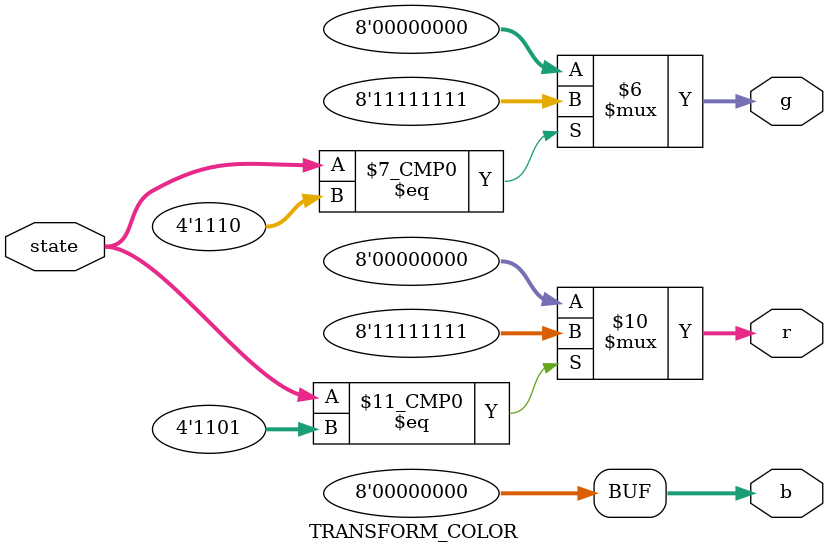
<source format=v>
module TRANSFORM_COLOR(
	input [3:0] state,
	output reg [7:0] r,
	output reg [7:0] g,
	output reg [7:0] b
);

always @(*) begin
	case(state)
		4'b1101: begin
			r <= 8'b11111111; //Red 
			g <= 8'b0;
			b <= 8'b0;
		end
      4'b1110: begin
			r <= 8'b0;
			g <= 8'b11111111; // Green 
			b <= 8'b0;
		end
      
      default: begin
			r <= 8'b0;
			g <= 8'b0;
			b <= 8'b0;
		end
	endcase
end

endmodule
</source>
